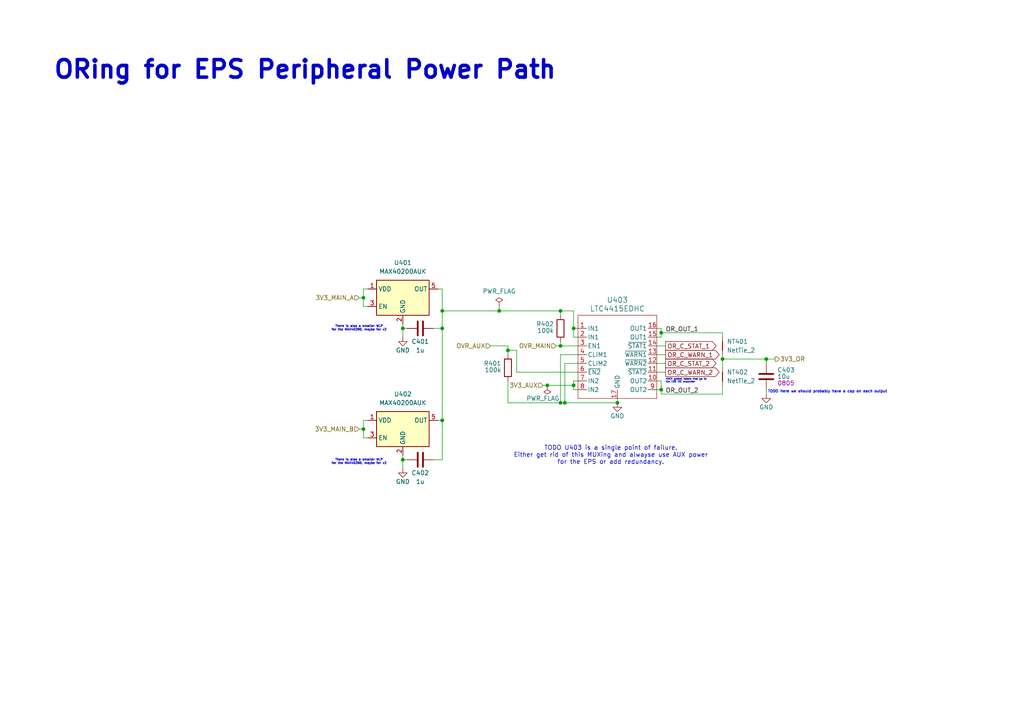
<source format=kicad_sch>
(kicad_sch (version 20231120) (generator "eeschema") (generator_version "8.0")
  (paper "A4")
  (title_block (title "bac EPS Main Board Minimal v1") (date "2025-02-14") (rev "1") (company "Build a CubeSat") (comment 1 "Manuel Imboden") (comment 2 "CC BY-SA 4.0") (comment 3 "https://buildacubesat.space"))
  (lib_symbols
    (symbol "Device:C" (pin_numbers hide) (pin_names (offset 0.254))
      (property "Reference" "C" (at 0.635 2.54 0))
      (property "Value" "C" (at 0.635 -2.54 0))
      (symbol "C_0_1"
        (polyline (pts (xy -2.032 -0.762) (xy 2.032 -0.762)) (stroke (width 0.508)))
        (polyline (pts (xy -2.032 0.762) (xy 2.032 0.762)) (stroke (width 0.508)))
      )
      (symbol "C_1_1"
        (pin passive line (at 0 3.81 270) (length 2.794) (name "~") (number "1"))
        (pin passive line (at 0 -3.81 90) (length 2.794) (name "~") (number "2"))
      )
    )
    (symbol "Device:NetTie_2" (pin_numbers hide) (pin_names (offset 0) hide) (in_bom no)
      (property "Reference" "NT" (at 0 1.27 0))
      (property "Value" "NetTie_2" (at 0 -1.27 0))
      (symbol "NetTie_2_0_1"
        (polyline (pts (xy -1.27 0) (xy 1.27 0)) (stroke (width 0.254)))
      )
      (symbol "NetTie_2_1_1"
        (pin passive line (at -2.54 0 0) (length 2.54) (name "1") (number "1"))
        (pin passive line (at 2.54 0 180) (length 2.54) (name "2") (number "2"))
      )
    )
    (symbol "Device:R" (pin_numbers hide) (pin_names (offset 0))
      (property "Reference" "R" (at 2.032 0 90))
      (property "Value" "R" (at 0 0 90))
      (symbol "R_0_1"
        (rectangle (start -1.016 -2.54) (end 1.016 2.54) (stroke (width 0.254)))
      )
      (symbol "R_1_1"
        (pin passive line (at 0 3.81 270) (length 1.27) (name "~") (number "1"))
        (pin passive line (at 0 -3.81 90) (length 1.27) (name "~") (number "2"))
      )
    )
    (symbol "bac EPS v1:ADI LTC4415EDHC" (pin_names (offset 0.254))
      (property "Reference" "U" (at -0.254 19.558 0))
      (property "Value" "ADI LTC4415EDHC" (at -0.254 17.018 0))
      (symbol "ADI LTC4415EDHC_0_1"
        (polyline (pts (xy -11.43 -10.16) (xy 11.43 -10.16)) (stroke (width 0.127)))
        (polyline (pts (xy -11.43 13.97) (xy -11.43 -10.16)) (stroke (width 0.127)))
        (polyline (pts (xy 11.43 -10.16) (xy 11.43 13.97)) (stroke (width 0.127)))
        (polyline (pts (xy 11.43 13.97) (xy -11.43 13.97)) (stroke (width 0.127)))
        (pin power_in line (at -11.43 10.16 0) (length 2.54) (name "IN1") (number "1"))
        (pin passive line (at 11.43 7.62 180) (length 2.54) (name "OUT1") (number "15"))
        (pin power_in line (at -11.43 7.62 0) (length 2.54) (name "IN1") (number "2"))
        (pin input line (at -11.43 5.08 0) (length 2.54) (name "EN1") (number "3"))
        (pin power_in line (at -11.43 -5.08 0) (length 2.54) (name "IN2") (number "7"))
        (pin power_in line (at -11.43 -7.62 0) (length 2.54) (name "IN2") (number "8"))
        (pin passive line (at 11.43 -7.62 180) (length 2.54) (name "OUT2") (number "9"))
      )
      (symbol "ADI LTC4415EDHC_1_1"
        (pin passive line (at 11.43 -5.08 180) (length 2.54) (name "OUT2") (number "10"))
        (pin output line (at 11.43 -2.54 180) (length 2.54) (name "~{STAT2}") (number "11"))
        (pin output line (at 11.43 0 180) (length 2.54) (name "~{WARN2}") (number "12"))
        (pin output line (at 11.43 2.54 180) (length 2.54) (name "~{WARN1}") (number "13"))
        (pin output line (at 11.43 5.08 180) (length 2.54) (name "~{STAT1}") (number "14"))
        (pin passive line (at 11.43 10.16 180) (length 2.54) (name "OUT1") (number "16"))
        (pin power_in line (at 0 -10.16 90) (length 2.54) (name "GND") (number "17"))
        (pin input line (at -11.43 2.54 0) (length 2.54) (name "CLIM1") (number "4"))
        (pin input line (at -11.43 0 0) (length 2.54) (name "CLIM2") (number "5"))
        (pin input line (at -11.43 -2.54 0) (length 2.54) (name "~{EN2}") (number "6"))
      )
    )
    (symbol "bac EPS v1:MAX40200AUK"
      (property "Reference" "U" (at -6.35 6.35 0))
      (property "Value" "MAX40200AUK" (at 7.62 6.35 0))
      (symbol "MAX40200AUK_1_1"
        (rectangle (start -7.62 -5.08) (end 7.62 5.08) (stroke (width 0.254)) (fill (type background)))
        (pin power_in line (at -10.16 2.54 0) (length 2.54) (name "VDD") (number "1"))
        (pin power_in line (at 0 -7.62 90) (length 2.54) (name "GND") (number "2"))
        (pin input line (at -10.16 -2.54 0) (length 2.54) (name "EN") (number "3"))
        (pin no_connect line (at 7.62 -2.54 180) (length 2.54) hide (name "NC") (number "4"))
        (pin passive line (at 10.16 2.54 180) (length 2.54) (name "OUT") (number "5"))
      )
    )
    (symbol "power:GND" (power) (pin_numbers hide) (pin_names (offset 0) hide)
      (property "Value" "GND" (at 0 -3.81 0))
      (symbol "GND_0_1"
        (polyline (pts (xy 0 0) (xy 0 -1.27) (xy 1.27 -1.27) (xy 0 -2.54) (xy -1.27 -1.27) (xy 0 -1.27)))
      )
      (symbol "GND_1_1"
        (pin power_in line (at 0 0 270) (length 0) (name "~") (number "1"))
      )
    )
    (symbol "power:PWR_FLAG" (power) (pin_numbers hide) (pin_names (offset 0) hide)
      (property "Value" "PWR_FLAG" (at 0 3.81 0))
      (symbol "PWR_FLAG_0_0"
        (pin power_out line (at 0 0 90) (length 0) (name "~") (number "1"))
      )
      (symbol "PWR_FLAG_0_1"
        (polyline (pts (xy 0 0) (xy 0 1.27) (xy -1.016 1.905) (xy 0 2.54) (xy 1.016 1.905) (xy 0 1.27)))
      )
    )
  )
  (junction (at 162.56 90.17))
  (junction (at 116.84 95.25))
  (junction (at 144.78 90.17))
  (junction (at 166.37 111.76))
  (junction (at 162.56 116.84))
  (junction (at 128.27 90.17))
  (junction (at 147.32 101.6))
  (junction (at 191.77 96.52))
  (junction (at 105.41 86.36))
  (junction (at 158.75 111.76))
  (junction (at 128.27 95.25))
  (junction (at 209.55 104.14))
  (junction (at 162.56 100.33))
  (junction (at 163.83 116.84))
  (junction (at 191.77 113.03))
  (junction (at 222.25 104.14))
  (junction (at 128.27 121.92))
  (junction (at 166.37 95.25))
  (junction (at 105.41 124.46))
  (junction (at 116.84 133.35))
  (junction (at 179.07 116.84))
  (wire (pts (xy 209.55 114.3) (xy 209.55 111.76)))
  (wire (pts (xy 125.73 133.35) (xy 128.27 133.35)))
  (wire (pts (xy 149.86 107.95) (xy 149.86 101.6)))
  (wire (pts (xy 127 121.92) (xy 128.27 121.92)))
  (wire (pts (xy 147.32 116.84) (xy 162.56 116.84)))
  (wire (pts (xy 147.32 100.33) (xy 147.32 101.6)))
  (wire (pts (xy 157.48 111.76) (xy 158.75 111.76)))
  (wire (pts (xy 166.37 113.03) (xy 167.64 113.03)))
  (wire (pts (xy 222.25 114.3) (xy 222.25 113.03)))
  (wire (pts (xy 163.83 105.41) (xy 163.83 116.84)))
  (wire (pts (xy 193.04 102.87) (xy 190.5 102.87)))
  (wire (pts (xy 142.24 100.33) (xy 147.32 100.33)))
  (wire (pts (xy 209.55 104.14) (xy 222.25 104.14)))
  (wire (pts (xy 190.5 97.79) (xy 191.77 97.79)))
  (wire (pts (xy 106.68 127) (xy 105.41 127)))
  (wire (pts (xy 191.77 95.25) (xy 191.77 96.52)))
  (wire (pts (xy 105.41 124.46) (xy 105.41 121.92)))
  (wire (pts (xy 162.56 102.87) (xy 167.64 102.87)))
  (wire (pts (xy 147.32 110.49) (xy 147.32 116.84)))
  (wire (pts (xy 191.77 110.49) (xy 191.77 113.03)))
  (wire (pts (xy 193.04 107.95) (xy 190.5 107.95)))
  (wire (pts (xy 209.55 97.79) (xy 209.55 96.52)))
  (wire (pts (xy 167.64 95.25) (xy 166.37 95.25)))
  (wire (pts (xy 104.14 124.46) (xy 105.41 124.46)))
  (wire (pts (xy 167.64 107.95) (xy 149.86 107.95)))
  (wire (pts (xy 193.04 100.33) (xy 190.5 100.33)))
  (wire (pts (xy 144.78 90.17) (xy 162.56 90.17)))
  (wire (pts (xy 162.56 102.87) (xy 162.56 116.84)))
  (wire (pts (xy 118.11 133.35) (xy 116.84 133.35)))
  (wire (pts (xy 105.41 121.92) (xy 106.68 121.92)))
  (wire (pts (xy 105.41 83.82) (xy 105.41 86.36)))
  (wire (pts (xy 162.56 100.33) (xy 167.64 100.33)))
  (wire (pts (xy 191.77 96.52) (xy 191.77 97.79)))
  (wire (pts (xy 161.29 100.33) (xy 162.56 100.33)))
  (wire (pts (xy 105.41 88.9) (xy 105.41 86.36)))
  (wire (pts (xy 158.75 111.76) (xy 166.37 111.76)))
  (wire (pts (xy 118.11 95.25) (xy 116.84 95.25)))
  (wire (pts (xy 191.77 114.3) (xy 209.55 114.3)))
  (wire (pts (xy 166.37 111.76) (xy 166.37 113.03)))
  (wire (pts (xy 162.56 90.17) (xy 166.37 90.17)))
  (wire (pts (xy 125.73 95.25) (xy 128.27 95.25)))
  (wire (pts (xy 209.55 104.14) (xy 209.55 102.87)))
  (wire (pts (xy 166.37 111.76) (xy 166.37 110.49)))
  (wire (pts (xy 147.32 101.6) (xy 147.32 102.87)))
  (wire (pts (xy 149.86 101.6) (xy 147.32 101.6)))
  (wire (pts (xy 193.04 105.41) (xy 190.5 105.41)))
  (wire (pts (xy 163.83 116.84) (xy 162.56 116.84)))
  (wire (pts (xy 222.25 105.41) (xy 222.25 104.14)))
  (wire (pts (xy 128.27 121.92) (xy 128.27 133.35)))
  (wire (pts (xy 191.77 96.52) (xy 209.55 96.52)))
  (wire (pts (xy 105.41 127) (xy 105.41 124.46)))
  (wire (pts (xy 116.84 132.08) (xy 116.84 133.35)))
  (wire (pts (xy 116.84 133.35) (xy 116.84 135.89)))
  (wire (pts (xy 116.84 93.98) (xy 116.84 95.25)))
  (wire (pts (xy 128.27 83.82) (xy 128.27 90.17)))
  (wire (pts (xy 116.84 95.25) (xy 116.84 97.79)))
  (wire (pts (xy 128.27 90.17) (xy 144.78 90.17)))
  (wire (pts (xy 166.37 97.79) (xy 167.64 97.79)))
  (wire (pts (xy 166.37 95.25) (xy 166.37 97.79)))
  (wire (pts (xy 209.55 106.68) (xy 209.55 104.14)))
  (wire (pts (xy 128.27 95.25) (xy 128.27 121.92)))
  (wire (pts (xy 163.83 105.41) (xy 167.64 105.41)))
  (wire (pts (xy 128.27 90.17) (xy 128.27 95.25)))
  (wire (pts (xy 163.83 116.84) (xy 179.07 116.84)))
  (wire (pts (xy 222.25 104.14) (xy 224.79 104.14)))
  (wire (pts (xy 106.68 88.9) (xy 105.41 88.9)))
  (wire (pts (xy 162.56 99.06) (xy 162.56 100.33)))
  (wire (pts (xy 105.41 83.82) (xy 106.68 83.82)))
  (wire (pts (xy 104.14 86.36) (xy 105.41 86.36)))
  (wire (pts (xy 190.5 95.25) (xy 191.77 95.25)))
  (wire (pts (xy 179.07 115.57) (xy 179.07 116.84)))
  (wire (pts (xy 190.5 110.49) (xy 191.77 110.49)))
  (wire (pts (xy 144.78 88.9) (xy 144.78 90.17)))
  (wire (pts (xy 166.37 90.17) (xy 166.37 95.25)))
  (wire (pts (xy 191.77 114.3) (xy 191.77 113.03)))
  (wire (pts (xy 167.64 110.49) (xy 166.37 110.49)))
  (wire (pts (xy 128.27 83.82) (xy 127 83.82)))
  (wire (pts (xy 190.5 113.03) (xy 191.77 113.03)))
  (wire (pts (xy 162.56 90.17) (xy 162.56 91.44)))
  (text "HACK global labels that go to\nthe LDO I2C expander" (at 193.04 110.49 0) (effects (font (size 0.508 0.508)) (justify left)))
  (text "There is also a smaller WLP\nfor the MAX40200, maybe for v2" (at 104.14 95.25 0) (effects (font (size 0.635 0.635))))
  (text "There is also a smaller WLP\nfor the MAX40200, maybe for v2" (at 104.14 133.985 0) (effects (font (size 0.635 0.635))))
  (text "TODO Here we should probably have a cap on each output" (at 240.03 113.665 0) (effects (font (size 0.762 0.762))))
  (text "ORing for EPS Peripheral Power Path" (at 15.24 20.32 0) (effects (font (size 5.08 5.08) (thickness 1.016) (bold yes)) (justify left)))
  (text "TODO U403 is a single point of failure.\nEither get rid of this MUXing and alwayse use AUX power\nfor the EPS or add redundancy." (at 177.165 132.08 0) (effects (font (size 1.27 1.27))))
  (label "OR_OUT_1" (at 193.04 96.52 0))
  (label "OR_OUT_2" (at 193.04 114.3 0))
  (global_label "OR_C_STAT_2" (shape output) (at 193.04 105.41 0) (property "Intersheetrefs" "${INTERSHEET_REFS}" (effects (hide yes))))
  (global_label "OR_C_WARN_1" (shape output) (at 193.04 102.87 0) (property "Intersheetrefs" "${INTERSHEET_REFS}" (effects (hide yes))))
  (global_label "OR_C_WARN_2" (shape output) (at 193.04 107.95 0) (property "Intersheetrefs" "${INTERSHEET_REFS}" (effects (hide yes))))
  (global_label "OR_C_STAT_1" (shape output) (at 193.04 100.33 0) (property "Intersheetrefs" "${INTERSHEET_REFS}" (effects (hide yes))))
  (hierarchical_label "3V3_MAIN_A" (shape input) (at 104.14 86.36 180))
  (hierarchical_label "OVR_MAIN" (shape input) (at 161.29 100.33 180))
  (hierarchical_label "3V3_OR" (shape output) (at 224.79 104.14 0))
  (hierarchical_label "3V3_MAIN_B" (shape input) (at 104.14 124.46 180))
  (hierarchical_label "OVR_AUX" (shape input) (at 142.24 100.33 180))
  (hierarchical_label "3V3_AUX" (shape input) (at 157.48 111.76 180))
  (symbol (lib_id "power:PWR_FLAG") (at 144.78 88.9 0) (unit 1)
    (property "Reference" "#FLG0401" (effects (hide yes)))
    (property "Value" "PWR_FLAG" (at 144.78 84.455 0))
    (property "Description" "Special symbol for telling ERC where power comes from" (effects (hide yes)))
  )
  (symbol (lib_id "bac EPS v1:MAX40200AUK") (at 116.84 86.36 0) (unit 1)
    (property "Reference" "U401" (at 116.84 76.2 0))
    (property "Value" "MAX40200AUK" (at 116.84 78.74 0))
    (property "Footprint" "Package_TO_SOT_SMD:SOT-23-5" (effects (hide yes)))
    (property "Datasheet" "https://datasheets.maximintegrated.com/en/ds/MAX40200.pdf" (effects (hide yes)))
    (property "Description" "Ideal Diode, Ultra-Low Voltage Drop, 1.5-5.5V, 1A, SOT-23-5" (effects (hide yes)))
  )
  (symbol (lib_id "Device:C") (at 222.25 109.22 0) (mirror y) (unit 1)
    (property "Reference" "C403" (at 225.425 107.315 0) (effects (justify right)))
    (property "Value" "10u" (at 225.425 109.22 0) (effects (justify right)))
    (property "Footprint" "Capacitor_SMD:C_0805_2012Metric" (effects (hide yes)))
    (property "Description" "Unpolarized capacitor" (effects (hide yes)))
    (property "Package" "0805" (at 227.965 111.125 0))
    (property "Temperature Coefficient" "X7R" (effects (hide yes)))
    (property "Tolerance" "10%" (effects (hide yes)))
    (property "Rated Voltage" "25V" (effects (hide yes)))
  )
  (symbol (lib_id "power:GND") (at 116.84 135.89 0) (unit 1)
    (property "Reference" "#PWR0402" (effects (hide yes)))
    (property "Value" "GND" (at 116.84 139.7 0))
    (property "Description" "Power symbol creates a global label with name \"GND\" , ground" (effects (hide yes)))
  )
  (symbol (lib_id "power:PWR_FLAG") (at 158.75 111.76 180) (unit 1)
    (property "Reference" "#FLG0402" (effects (hide yes)))
    (property "Value" "PWR_FLAG" (at 157.48 115.57 0))
    (property "Description" "Special symbol for telling ERC where power comes from" (effects (hide yes)))
  )
  (symbol (lib_id "Device:NetTie_2") (at 209.55 100.33 90) (unit 1) (in_bom no)
    (property "Reference" "NT401" (at 210.82 99.0599 90) (effects (justify right)))
    (property "Value" "NetTie_2" (at 210.82 101.6 90) (effects (justify right)))
    (property "Footprint" "NetTie:NetTie-2_SMD_Pad0.5mm" (effects (hide yes)))
    (property "Description" "Net tie, 2 pins" (effects (hide yes)))
  )
  (symbol (lib_id "Device:NetTie_2") (at 209.55 109.22 90) (unit 1) (in_bom no)
    (property "Reference" "NT402" (at 210.82 107.9499 90) (effects (justify right)))
    (property "Value" "NetTie_2" (at 210.82 110.49 90) (effects (justify right)))
    (property "Footprint" "NetTie:NetTie-2_SMD_Pad0.5mm" (effects (hide yes)))
    (property "Description" "Net tie, 2 pins" (effects (hide yes)))
  )
  (symbol (lib_id "Device:R") (at 162.56 95.25 0) (mirror x) (unit 1)
    (property "Reference" "R402" (at 160.655 93.9799 0) (effects (justify right)))
    (property "Value" "100k" (at 160.655 95.885 0) (effects (justify right)))
    (property "Footprint" "Resistor_SMD:R_0603_1608Metric" (effects (hide yes)))
    (property "Description" "Resistor" (effects (hide yes)))
    (property "Package" "0603" (effects (hide yes)))
    (property "Tolerance" "10%" (effects (hide yes)))
    (property "Series" "E12" (effects (hide yes)))
  )
  (symbol (lib_id "Device:R") (at 147.32 106.68 0) (mirror x) (unit 1)
    (property "Reference" "R401" (at 145.415 105.4099 0) (effects (justify right)))
    (property "Value" "100k" (at 145.415 107.315 0) (effects (justify right)))
    (property "Footprint" "Resistor_SMD:R_0603_1608Metric" (effects (hide yes)))
    (property "Description" "Resistor" (effects (hide yes)))
    (property "Package" "0603" (effects (hide yes)))
    (property "Tolerance" "10%" (effects (hide yes)))
    (property "Series" "E12" (effects (hide yes)))
  )
  (symbol (lib_id "Device:C") (at 121.92 133.35 90) (mirror x) (unit 1)
    (property "Reference" "C402" (at 124.46 137.16 90) (effects (justify left)))
    (property "Value" "1u" (at 123.19 139.7 90) (effects (justify left)))
    (property "Footprint" "Capacitor_SMD:C_0603_1608Metric" (effects (hide yes)))
    (property "Description" "Unpolarized capacitor" (effects (hide yes)))
    (property "Package" "0603" (effects (hide yes)))
    (property "Temperature Coefficient" "X7R" (effects (hide yes)))
    (property "Tolerance" "10%" (effects (hide yes)))
    (property "Rated Voltage" "35V" (effects (hide yes)))
  )
  (symbol (lib_id "Device:C") (at 121.92 95.25 90) (mirror x) (unit 1)
    (property "Reference" "C401" (at 124.46 99.06 90) (effects (justify left)))
    (property "Value" "1u" (at 123.19 101.6 90) (effects (justify left)))
    (property "Footprint" "Capacitor_SMD:C_0603_1608Metric" (effects (hide yes)))
    (property "Description" "Unpolarized capacitor" (effects (hide yes)))
    (property "Package" "0603" (effects (hide yes)))
    (property "Temperature Coefficient" "X7R" (effects (hide yes)))
    (property "Tolerance" "10%" (effects (hide yes)))
    (property "Rated Voltage" "35V" (effects (hide yes)))
  )
  (symbol (lib_id "bac EPS v1:ADI LTC4415EDHC") (at 179.07 105.41 0) (unit 1)
    (property "Reference" "U403" (at 179.07 86.995 0) (effects (font (size 1.524 1.524))))
    (property "Value" "LTC4415EDHC" (at 179.07 89.535 0) (effects (font (size 1.524 1.524))))
    (property "Footprint" "bac EPS v1:ADI-LTC4415EDHC" (effects (hide yes)))
    (property "Datasheet" "https://www.analog.com/media/en/technical-documentation/data-sheets/4415fa.pdf" (effects (hide yes)))
    (property "Description" "Dual 4A Ideal Diodes with Adjustable Current Limit" (effects (hide yes)))
  )
  (symbol (lib_id "bac EPS v1:MAX40200AUK") (at 116.84 124.46 0) (unit 1)
    (property "Reference" "U402" (at 116.84 114.3 0))
    (property "Value" "MAX40200AUK" (at 116.84 116.84 0))
    (property "Footprint" "Package_TO_SOT_SMD:SOT-23-5" (effects (hide yes)))
    (property "Datasheet" "https://datasheets.maximintegrated.com/en/ds/MAX40200.pdf" (effects (hide yes)))
    (property "Description" "Ideal Diode, Ultra-Low Voltage Drop, 1.5-5.5V, 1A, SOT-23-5" (effects (hide yes)))
  )
  (symbol (lib_id "power:GND") (at 116.84 97.79 0) (unit 1)
    (property "Reference" "#PWR0401" (effects (hide yes)))
    (property "Value" "GND" (at 116.84 101.6 0))
    (property "Description" "Power symbol creates a global label with name \"GND\" , ground" (effects (hide yes)))
  )
  (symbol (lib_id "power:GND") (at 179.07 116.84 0) (unit 1)
    (property "Reference" "#PWR0403" (effects (hide yes)))
    (property "Value" "GND" (at 179.07 120.65 0))
    (property "Description" "Power symbol creates a global label with name \"GND\" , ground" (effects (hide yes)))
  )
  (symbol (lib_id "power:GND") (at 222.25 114.3 0) (unit 1)
    (property "Reference" "#PWR0404" (effects (hide yes)))
    (property "Value" "GND" (at 222.25 118.11 0))
    (property "Description" "Power symbol creates a global label with name \"GND\" , ground" (effects (hide yes)))
  )
)
</source>
